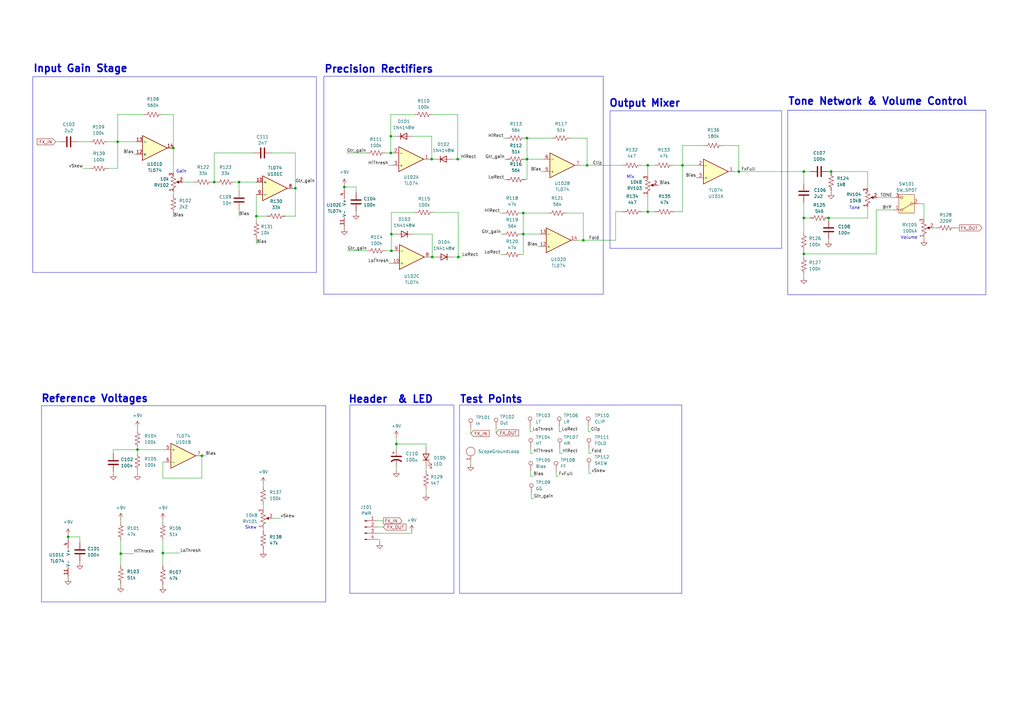
<source format=kicad_sch>
(kicad_sch (version 20231120) (generator "eeschema") (generator_version "8.0")
  (paper "A3")
  (junction (at 160.528 102.87))
  (junction (at 216.154 65.278))
  (junction (at 177.292 105.41))
  (junction (at 160.528 96.012))
  (junction (at 48.26 58.166))
  (junction (at 49.53 227.076))
  (junction (at 240.792 67.818))
  (junction (at 66.802 226.822))
  (junction (at 98.044 74.676))
  (junction (at 162.56 182.118))
  (junction (at 121.158 77.216))
  (junction (at 27.94 220.218))
  (junction (at 329.692 70.358))
  (junction (at 187.96 105.41))
  (junction (at 177.038 65.278))
  (junction (at 141.224 76.708))
  (junction (at 239.268 98.552))
  (junction (at 265.684 86.868))
  (junction (at 56.388 184.404))
  (junction (at 214.63 96.012))
  (junction (at 329.692 104.14))
  (junction (at 160.274 55.88))
  (junction (at 214.63 87.376))
  (junction (at 187.706 65.278))
  (junction (at 71.12 60.706))
  (junction (at 340.868 70.358))
  (junction (at 82.804 186.944))
  (junction (at 303.022 70.358))
  (junction (at 87.884 74.676))
  (junction (at 105.156 88.646))
  (junction (at 216.154 56.642))
  (junction (at 279.908 67.818))
  (junction (at 265.684 67.818))
  (junction (at 329.692 89.408))
  (junction (at 339.852 89.408))
  (junction (at 160.274 62.738))
  (wire (pts (xy 241.554 194.056) (xy 242.57 194.056)))
  (wire (pts (xy 107.95 216.408) (xy 107.95 217.678)))
  (wire (pts (xy 66.802 213.106) (xy 66.802 214.122)))
  (wire (pts (xy 205.232 104.394) (xy 206.248 104.394)))
  (wire (pts (xy 329.692 70.358) (xy 332.232 70.358)))
  (wire (pts (xy 193.04 175.768) (xy 193.04 177.8)))
  (wire (pts (xy 229.616 183.896) (xy 229.616 185.928)))
  (wire (pts (xy 98.044 85.852) (xy 98.044 88.646)))
  (wire (pts (xy 329.692 89.408) (xy 329.692 83.058)))
  (wire (pts (xy 177.8 87.122) (xy 187.96 87.122)))
  (wire (pts (xy 220.472 101.092) (xy 221.488 101.092)))
  (wire (pts (xy 355.854 70.358) (xy 340.868 70.358)))
  (wire (pts (xy 214.63 87.376) (xy 214.63 96.012)))
  (wire (pts (xy 216.154 56.642) (xy 216.154 65.278)))
  (wire (pts (xy 187.96 105.41) (xy 189.484 105.41)))
  (wire (pts (xy 56.388 184.404) (xy 56.388 185.674)))
  (wire (pts (xy 32.766 222.504) (xy 32.766 220.218)))
  (wire (pts (xy 303.022 59.69) (xy 303.022 70.358)))
  (wire (pts (xy 142.24 62.738) (xy 150.368 62.738)))
  (wire (pts (xy 232.41 87.376) (xy 239.268 87.376)))
  (wire (pts (xy 359.664 81.026) (xy 366.776 81.026)))
  (wire (pts (xy 105.156 79.756) (xy 105.156 88.646)))
  (wire (pts (xy 216.154 73.66) (xy 216.154 65.278)))
  (wire (pts (xy 240.792 56.642) (xy 240.792 67.818)))
  (wire (pts (xy 228.092 195.326) (xy 229.108 195.326)))
  (wire (pts (xy 66.802 226.822) (xy 66.802 232.156)))
  (wire (pts (xy 329.692 104.14) (xy 329.692 105.156)))
  (wire (pts (xy 66.802 226.822) (xy 73.914 226.822)))
  (wire (pts (xy 27.94 219.456) (xy 27.94 220.218)))
  (wire (pts (xy 161.29 102.87) (xy 160.528 102.87)))
  (wire (pts (xy 44.45 69.088) (xy 48.26 69.088)))
  (wire (pts (xy 355.854 84.836) (xy 355.854 89.408)))
  (wire (pts (xy 160.274 46.99) (xy 169.926 46.99)))
  (wire (pts (xy 174.752 183.642) (xy 174.752 182.118)))
  (wire (pts (xy 216.154 65.278) (xy 223.012 65.278)))
  (wire (pts (xy 359.41 104.14) (xy 329.692 104.14)))
  (wire (pts (xy 154.686 221.234) (xy 155.702 221.234)))
  (wire (pts (xy 241.554 183.896) (xy 241.554 185.928)))
  (wire (pts (xy 241.3 177.038) (xy 242.316 177.038)))
  (wire (pts (xy 239.268 87.376) (xy 239.268 98.552)))
  (wire (pts (xy 255.524 86.868) (xy 252.476 86.868)))
  (wire (pts (xy 160.528 96.012) (xy 160.528 87.122)))
  (wire (pts (xy 296.418 59.69) (xy 303.022 59.69)))
  (wire (pts (xy 217.678 195.326) (xy 218.694 195.326)))
  (wire (pts (xy 378.968 97.282) (xy 378.968 98.298)))
  (wire (pts (xy 204.978 87.376) (xy 206.248 87.376)))
  (wire (pts (xy 217.424 175.006) (xy 217.424 177.038)))
  (wire (pts (xy 187.96 105.41) (xy 185.928 105.41)))
  (wire (pts (xy 207.01 65.278) (xy 207.772 65.278)))
  (wire (pts (xy 217.678 185.928) (xy 218.694 185.928)))
  (wire (pts (xy 146.05 76.708) (xy 141.224 76.708)))
  (wire (pts (xy 340.868 70.612) (xy 340.868 70.358)))
  (wire (pts (xy 49.53 221.742) (xy 49.53 227.076)))
  (wire (pts (xy 66.802 196.088) (xy 82.804 196.088)))
  (wire (pts (xy 48.26 46.99) (xy 48.26 58.166)))
  (wire (pts (xy 355.854 89.408) (xy 339.852 89.408)))
  (wire (pts (xy 58.928 46.99) (xy 48.26 46.99)))
  (wire (pts (xy 159.258 67.818) (xy 161.036 67.818)))
  (wire (pts (xy 332.232 89.408) (xy 329.692 89.408)))
  (wire (pts (xy 174.752 182.118) (xy 162.56 182.118)))
  (wire (pts (xy 46.482 193.548) (xy 46.482 194.31)))
  (wire (pts (xy 340.868 70.358) (xy 339.852 70.358)))
  (wire (pts (xy 107.95 225.298) (xy 107.95 226.06)))
  (wire (pts (xy 193.04 189.484) (xy 193.04 190.5)))
  (wire (pts (xy 240.792 67.818) (xy 238.252 67.818)))
  (wire (pts (xy 215.392 65.278) (xy 216.154 65.278)))
  (wire (pts (xy 329.692 112.776) (xy 329.692 113.792)))
  (wire (pts (xy 48.26 69.088) (xy 48.26 58.166)))
  (wire (pts (xy 329.692 75.438) (xy 329.692 70.358)))
  (wire (pts (xy 98.044 74.676) (xy 105.156 74.676)))
  (wire (pts (xy 107.95 207.01) (xy 107.95 208.788)))
  (wire (pts (xy 121.158 77.216) (xy 120.396 77.216)))
  (wire (pts (xy 366.776 86.106) (xy 359.41 86.106)))
  (wire (pts (xy 87.122 74.676) (xy 87.884 74.676)))
  (wire (pts (xy 105.156 88.646) (xy 105.156 90.424)))
  (wire (pts (xy 54.864 63.246) (xy 55.88 63.246)))
  (wire (pts (xy 32.766 220.218) (xy 27.94 220.218)))
  (wire (pts (xy 169.418 55.88) (xy 177.038 55.88)))
  (wire (pts (xy 177.038 65.278) (xy 178.054 65.278)))
  (wire (pts (xy 160.528 96.012) (xy 162.052 96.012)))
  (wire (pts (xy 71.12 87.376) (xy 71.12 89.154)))
  (wire (pts (xy 82.804 196.088) (xy 82.804 186.944)))
  (wire (pts (xy 215.392 73.66) (xy 216.154 73.66)))
  (wire (pts (xy 111.76 212.598) (xy 115.062 212.598)))
  (wire (pts (xy 213.868 87.376) (xy 214.63 87.376)))
  (wire (pts (xy 339.852 98.044) (xy 339.852 98.806)))
  (wire (pts (xy 161.036 62.738) (xy 160.274 62.738)))
  (wire (pts (xy 359.41 86.106) (xy 359.41 104.14)))
  (wire (pts (xy 46.482 184.404) (xy 56.388 184.404)))
  (wire (pts (xy 176.276 65.278) (xy 177.038 65.278)))
  (wire (pts (xy 154.686 218.694) (xy 168.91 218.694)))
  (wire (pts (xy 169.672 96.012) (xy 177.292 96.012)))
  (wire (pts (xy 49.53 227.076) (xy 54.864 227.076)))
  (wire (pts (xy 233.934 56.642) (xy 240.792 56.642)))
  (wire (pts (xy 213.868 96.012) (xy 214.63 96.012)))
  (wire (pts (xy 378.968 89.662) (xy 378.968 83.566)))
  (wire (pts (xy 49.53 227.076) (xy 49.53 231.902)))
  (wire (pts (xy 177.292 105.41) (xy 178.308 105.41)))
  (wire (pts (xy 71.12 78.486) (xy 71.12 79.756)))
  (wire (pts (xy 174.752 191.262) (xy 174.752 193.04)))
  (wire (pts (xy 56.388 183.896) (xy 56.388 184.404)))
  (wire (pts (xy 71.12 60.706) (xy 71.12 70.866)))
  (wire (pts (xy 154.686 216.154) (xy 157.226 216.154)))
  (wire (pts (xy 329.692 102.87) (xy 329.692 104.14)))
  (wire (pts (xy 303.022 70.358) (xy 301.244 70.358)))
  (wire (pts (xy 105.156 98.044) (xy 105.156 100.076)))
  (wire (pts (xy 265.684 79.756) (xy 265.684 86.868)))
  (wire (pts (xy 111.506 62.738) (xy 121.158 62.738)))
  (wire (pts (xy 217.424 177.038) (xy 218.44 177.038)))
  (wire (pts (xy 160.528 87.122) (xy 170.18 87.122)))
  (wire (pts (xy 187.96 87.122) (xy 187.96 105.41)))
  (wire (pts (xy 339.852 89.408) (xy 339.852 90.424)))
  (wire (pts (xy 265.684 67.818) (xy 268.478 67.818)))
  (wire (pts (xy 303.022 70.358) (xy 329.692 70.358)))
  (wire (pts (xy 48.26 58.166) (xy 55.88 58.166)))
  (wire (pts (xy 241.554 192.024) (xy 241.554 194.056)))
  (wire (pts (xy 206.502 56.642) (xy 207.772 56.642)))
  (wire (pts (xy 146.05 78.994) (xy 146.05 76.708)))
  (wire (pts (xy 221.996 70.358) (xy 223.012 70.358)))
  (wire (pts (xy 160.274 55.88) (xy 160.274 46.99)))
  (wire (pts (xy 168.91 218.694) (xy 168.91 217.932)))
  (wire (pts (xy 229.362 175.006) (xy 229.362 177.038)))
  (wire (pts (xy 279.908 86.868) (xy 279.908 67.818)))
  (wire (pts (xy 239.268 98.552) (xy 236.728 98.552)))
  (wire (pts (xy 340.868 78.232) (xy 340.868 78.994)))
  (wire (pts (xy 141.224 92.964) (xy 141.224 93.726)))
  (wire (pts (xy 288.798 59.69) (xy 279.908 59.69)))
  (wire (pts (xy 66.802 239.776) (xy 66.802 240.538)))
  (wire (pts (xy 141.224 76.708) (xy 141.224 77.724)))
  (wire (pts (xy 263.144 86.868) (xy 265.684 86.868)))
  (wire (pts (xy 241.554 185.928) (xy 242.57 185.928)))
  (wire (pts (xy 98.044 74.676) (xy 98.044 78.232)))
  (wire (pts (xy 240.792 67.818) (xy 255.27 67.818)))
  (wire (pts (xy 66.548 46.99) (xy 71.12 46.99)))
  (wire (pts (xy 217.678 193.294) (xy 217.678 195.326)))
  (wire (pts (xy 229.616 185.928) (xy 230.632 185.928)))
  (wire (pts (xy 187.706 65.278) (xy 185.674 65.278)))
  (wire (pts (xy 87.884 74.676) (xy 88.646 74.676)))
  (wire (pts (xy 382.778 93.472) (xy 384.048 93.472)))
  (wire (pts (xy 215.392 56.642) (xy 216.154 56.642)))
  (wire (pts (xy 269.494 75.946) (xy 270.51 75.946)))
  (wire (pts (xy 121.158 88.646) (xy 121.158 77.216)))
  (wire (pts (xy 34.036 69.088) (xy 36.83 69.088)))
  (wire (pts (xy 276.098 67.818) (xy 279.908 67.818)))
  (wire (pts (xy 49.53 213.106) (xy 49.53 214.122)))
  (wire (pts (xy 203.454 175.514) (xy 203.454 177.546)))
  (wire (pts (xy 162.56 179.324) (xy 162.56 182.118)))
  (wire (pts (xy 378.968 83.566) (xy 376.936 83.566)))
  (wire (pts (xy 228.092 193.294) (xy 228.092 195.326)))
  (wire (pts (xy 177.038 55.88) (xy 177.038 65.278)))
  (wire (pts (xy 71.12 46.99) (xy 71.12 60.706)))
  (wire (pts (xy 67.564 189.484) (xy 66.802 189.484)))
  (wire (pts (xy 22.86 58.166) (xy 24.384 58.166)))
  (wire (pts (xy 66.802 189.484) (xy 66.802 196.088)))
  (wire (pts (xy 391.668 93.472) (xy 393.446 93.472)))
  (wire (pts (xy 160.274 55.88) (xy 161.798 55.88)))
  (wire (pts (xy 121.158 62.738) (xy 121.158 77.216)))
  (wire (pts (xy 217.932 202.438) (xy 217.932 204.47)))
  (wire (pts (xy 276.352 86.868) (xy 279.908 86.868)))
  (wire (pts (xy 103.886 62.738) (xy 87.884 62.738)))
  (wire (pts (xy 105.156 88.646) (xy 109.474 88.646)))
  (wire (pts (xy 265.684 86.868) (xy 268.732 86.868)))
  (wire (pts (xy 239.268 98.552) (xy 252.476 98.552)))
  (wire (pts (xy 27.94 220.218) (xy 27.94 221.234)))
  (wire (pts (xy 155.702 221.234) (xy 155.702 222.504)))
  (wire (pts (xy 213.868 104.394) (xy 214.63 104.394)))
  (wire (pts (xy 160.528 102.87) (xy 160.528 96.012)))
  (wire (pts (xy 241.3 175.006) (xy 241.3 177.038)))
  (wire (pts (xy 214.63 87.376) (xy 224.79 87.376)))
  (wire (pts (xy 32.004 58.166) (xy 36.576 58.166)))
  (wire (pts (xy 56.388 184.404) (xy 67.564 184.404)))
  (wire (pts (xy 87.884 62.738) (xy 87.884 74.676)))
  (wire (pts (xy 158.242 102.87) (xy 160.528 102.87)))
  (wire (pts (xy 157.988 62.738) (xy 160.274 62.738)))
  (wire (pts (xy 285.496 72.898) (xy 286.004 72.898)))
  (wire (pts (xy 329.692 89.408) (xy 329.692 95.25)))
  (wire (pts (xy 46.482 185.928) (xy 46.482 184.404)))
  (wire (pts (xy 117.094 88.646) (xy 121.158 88.646)))
  (wire (pts (xy 177.546 46.99) (xy 187.706 46.99)))
  (wire (pts (xy 162.56 184.15) (xy 162.56 182.118)))
  (wire (pts (xy 217.678 183.896) (xy 217.678 185.928)))
  (wire (pts (xy 206.756 73.66) (xy 207.772 73.66)))
  (wire (pts (xy 154.686 213.614) (xy 157.226 213.614)))
  (wire (pts (xy 159.512 107.95) (xy 161.29 107.95)))
  (wire (pts (xy 27.94 236.474) (xy 27.94 237.236)))
  (wire (pts (xy 355.854 77.216) (xy 355.854 70.358)))
  (wire (pts (xy 96.266 74.676) (xy 98.044 74.676)))
  (wire (pts (xy 217.932 204.47) (xy 218.948 204.47)))
  (wire (pts (xy 176.53 105.41) (xy 177.292 105.41)))
  (wire (pts (xy 265.684 67.818) (xy 265.684 72.136)))
  (wire (pts (xy 279.908 67.818) (xy 286.004 67.818)))
  (wire (pts (xy 262.89 67.818) (xy 265.684 67.818)))
  (wire (pts (xy 279.908 59.69) (xy 279.908 67.818)))
  (wire (pts (xy 146.05 86.614) (xy 146.05 87.376)))
  (wire (pts (xy 32.766 230.124) (xy 32.766 230.886)))
  (wire (pts (xy 205.486 96.012) (xy 206.248 96.012)))
  (wire (pts (xy 66.802 221.742) (xy 66.802 226.822)))
  (wire (pts (xy 74.93 74.676) (xy 79.502 74.676)))
  (wire (pts (xy 174.752 200.66) (xy 174.752 202.692)))
  (wire (pts (xy 229.362 177.038) (xy 230.378 177.038)))
  (wire (pts (xy 107.95 198.374) (xy 107.95 199.39)))
  (wire (pts (xy 141.224 75.946) (xy 141.224 76.708)))
  (wire (pts (xy 44.196 58.166) (xy 48.26 58.166)))
  (wire (pts (xy 49.53 239.522) (xy 49.53 240.284)))
  (wire (pts (xy 214.63 96.012) (xy 221.488 96.012)))
  (wire (pts (xy 82.804 186.944) (xy 84.328 186.944)))
  (wire (pts (xy 187.706 65.278) (xy 188.976 65.278)))
  (wire (pts (xy 56.388 193.294) (xy 56.388 194.31)))
  (wire (pts (xy 252.476 86.868) (xy 252.476 98.552)))
  (wire (pts (xy 177.292 96.012) (xy 177.292 105.41)))
  (wire (pts (xy 216.154 56.642) (xy 226.314 56.642)))
  (wire (pts (xy 214.63 104.394) (xy 214.63 96.012)))
  (wire (pts (xy 162.56 191.77) (xy 162.56 193.04)))
  (wire (pts (xy 56.388 175.26) (xy 56.388 176.276)))
  (wire (pts (xy 142.494 102.87) (xy 150.622 102.87)))
  (wire (pts (xy 187.706 46.99) (xy 187.706 65.278)))
  (wire (pts (xy 160.274 62.738) (xy 160.274 55.88)))
  (rectangle (start 188.468 166.116) (end 279.654 243.332))
  (rectangle (start 143.51 166.116) (end 186.182 243.332))
  (rectangle (start 13.462 31.496) (end 129.794 111.76))
  (rectangle (start 17.018 166.37) (end 133.604 246.888))
  (rectangle (start 132.842 31.242) (end 247.396 120.65))
  (rectangle (start 323.088 45.212) (end 404.368 120.904))
  (rectangle (start 250.19 45.466) (end 320.548 101.854))
  (text "Mix" (at 258.572 72.644 0) (effects (font (size 1.27 1.27))))
  (text "Tone" (at 350.52 85.344 0) (effects (font (size 1.27 1.27))))
  (text "Skew" (at 102.87 216.408 0) (effects (font (size 1.27 1.27))))
  (text "Volume" (at 372.872 97.536 0) (effects (font (size 1.27 1.27))))
  (text "Test Points" (at 188.468 163.83 0) (effects (font (size 3 3) (thickness 0.6) (bold yes)) (justify left)))
  (text "Header  & LED" (at 160.274 163.83 0) (effects (font (size 3 3) (thickness 0.6) (bold yes))))
  (text "Input Gain Stage" (at 33.02 28.194 0) (effects (font (size 3 3) (thickness 0.6) (bold yes))))
  (text "Output Mixer" (at 249.682 42.418 0) (effects (font (size 3 3) (thickness 0.6) (bold yes)) (justify left)))
  (text "Reference Voltages" (at 38.862 163.576 0) (effects (font (size 3 3) (thickness 0.6) (bold yes))))
  (text "Tone Network & Volume Control" (at 323.088 41.656 0) (effects (font (size 3 3) (thickness 0.6) (bold yes)) (justify left)))
  (text "Precision Rectifiers" (at 132.842 28.448 0) (effects (font (size 3 3) (thickness 0.6) (bold yes)) (justify left)))
  (text "Gain" (at 74.422 70.358 0) (effects (font (size 1.27 1.27))))
  (label "vSkew" (at 115.062 212.598 0))
  (label "LoThresh" (at 218.44 177.038 0))
  (label "HiRect" (at 206.502 56.642 180))
  (label "Bias" (at 221.996 70.358 180))
  (label "Bias" (at 218.694 195.326 0))
  (label "Gtr_gain" (at 207.01 65.278 180))
  (label "Gtr_gain" (at 121.158 75.184 0))
  (label "LoRect" (at 205.232 104.394 180))
  (label "vSkew" (at 242.57 194.056 0))
  (label "LoRect" (at 230.378 177.038 0))
  (label "Gtr_gain" (at 218.948 204.47 0))
  (label "HiRect" (at 230.632 185.928 0))
  (label "Clip" (at 243.078 67.818 0))
  (label "HiThresh" (at 159.258 67.818 180))
  (label "LoThresh" (at 73.914 226.822 0))
  (label "Bias" (at 98.044 88.646 0))
  (label "LoThresh" (at 159.512 107.95 180))
  (label "Gtr_gain" (at 142.494 102.87 0))
  (label "HiThresh" (at 54.864 227.076 0))
  (label "Gtr_gain" (at 205.486 96.012 180))
  (label "HiRect" (at 204.978 87.376 180))
  (label "Clip" (at 242.316 177.038 0))
  (label "Bias" (at 84.328 186.944 0))
  (label "LoRect" (at 189.484 105.41 0))
  (label "FxFull" (at 229.108 195.326 0))
  (label "HiThresh" (at 218.694 185.928 0))
  (label "Bias" (at 54.864 63.246 180))
  (label "Bias" (at 285.496 72.898 180))
  (label "Bias" (at 105.156 100.076 0))
  (label "Bias" (at 270.51 75.946 0))
  (label "TONE" (at 366.014 81.026 180))
  (label "HiRect" (at 188.976 65.278 0))
  (label "Bias" (at 220.472 101.092 180))
  (label "Bias" (at 71.12 89.154 0))
  (label "Fold" (at 242.57 185.928 0))
  (label "FxFull" (at 309.88 70.358 180))
  (label "LoRect" (at 206.756 73.66 180))
  (label "BYP" (at 365.76 86.106 180))
  (label "Gtr_gain" (at 142.24 62.738 0))
  (label "Fold" (at 241.554 98.552 0))
  (label "vSkew" (at 34.036 69.088 180))
  (global_label "FX_OUT" (shape input) (at 203.454 177.546 0) (property "Intersheetrefs" "${INTERSHEET_REFS}" (effects (hide yes))))
  (global_label "FX_OUT" (shape output) (at 393.446 93.472 0) (property "Intersheetrefs" "${INTERSHEET_REFS}" (effects (hide yes))))
  (global_label "FX_IN" (shape input) (at 193.04 177.8 0) (property "Intersheetrefs" "${INTERSHEET_REFS}" (effects (hide yes))))
  (global_label "FX_OUT" (shape input) (at 157.226 216.154 0) (property "Intersheetrefs" "${INTERSHEET_REFS}" (effects (hide yes))))
  (global_label "FX_IN" (shape output) (at 157.226 213.614 0) (property "Intersheetrefs" "${INTERSHEET_REFS}" (effects (hide yes))))
  (global_label "FX_IN" (shape input) (at 22.86 58.166 180) (property "Intersheetrefs" "${INTERSHEET_REFS}" (effects (hide yes))))
  (symbol (lib_id "Connector:TestPoint") (at 217.678 193.294 0) (unit 1) (in_bom no)
    (property "Reference" "TP105" (at 219.71 188.7219 0) (effects (justify left)))
    (property "Value" "Bias" (at 219.71 191.2619 0) (effects (justify left)))
    (property "Footprint" "TestPoint:TestPoint_THTPad_D2.0mm_Drill1.0mm_VAL" (effects (hide yes)))
    (property "Description" "test point" (effects (hide yes)))
  )
  (symbol (lib_id "Device:C") (at 32.766 226.314 0) (unit 1)
    (property "Reference" "C101" (at 35.814 225.0439 0) (effects (justify left)))
    (property "Value" "100n" (at 35.814 227.5839 0) (effects (justify left)))
    (property "Footprint" "Capacitor_SMD:C_0805_2012Metric" (effects (hide yes)))
    (property "Description" "Unpolarized capacitor" (effects (hide yes)))
  )
  (symbol (lib_id "Connector:TestPoint") (at 228.092 193.294 0) (unit 1) (in_bom no)
    (property "Reference" "TP108" (at 229.87 188.7219 0) (effects (justify left)))
    (property "Value" "FF" (at 229.87 191.2619 0) (effects (justify left)))
    (property "Footprint" "TestPoint:TestPoint_THTPad_D2.0mm_Drill1.0mm_VAL" (effects (hide yes)))
    (property "Description" "test point" (effects (hide yes)))
  )
  (symbol (lib_id "Device:R_US") (at 174.752 196.85 0) (unit 1)
    (property "Reference" "R129" (at 176.53 195.5799 0) (effects (justify left)))
    (property "Value" "4k7" (at 176.53 198.1199 0) (effects (justify left)))
    (property "Footprint" "Resistor_SMD:R_0805_2012Metric" (effects (hide yes)))
    (property "Description" "Resistor, US symbol" (effects (hide yes)))
  )
  (symbol (lib_id "power:GND") (at 66.802 240.538 0) (unit 1)
    (property "Reference" "#PWR0113" (effects (hide yes)))
    (property "Value" "GND" (effects (hide yes)))
    (property "Description" "Power symbol creates a global label with name \"GND\" , ground" (effects (hide yes)))
  )
  (symbol (lib_id "power:GND") (at 141.224 93.726 0) (unit 1)
    (property "Reference" "#PWR0110" (effects (hide yes)))
    (property "Value" "GND" (effects (hide yes)))
    (property "Description" "Power symbol creates a global label with name \"GND\" , ground" (effects (hide yes)))
  )
  (symbol (lib_id "Device:C") (at 146.05 82.804 0) (unit 1)
    (property "Reference" "C104" (at 149.098 81.5339 0) (effects (justify left)))
    (property "Value" "100n" (at 149.098 84.0739 0) (effects (justify left)))
    (property "Footprint" "Capacitor_SMD:C_0805_2012Metric" (effects (hide yes)))
    (property "Description" "Unpolarized capacitor" (effects (hide yes)))
  )
  (symbol (lib_id "Device:R_US") (at 329.692 108.966 0) (unit 1)
    (property "Reference" "R127" (at 331.724 107.6959 0) (effects (justify left)))
    (property "Value" "100k" (at 331.724 110.2359 0) (effects (justify left)))
    (property "Footprint" "Resistor_SMD:R_0805_2012Metric" (effects (hide yes)))
    (property "Description" "Resistor, US symbol" (effects (hide yes)))
  )
  (symbol (lib_id "Device:R_US") (at 259.334 86.868 90) (unit 1)
    (property "Reference" "R134" (at 259.334 80.518 90))
    (property "Value" "4k7" (at 259.334 83.058 90))
    (property "Footprint" "Resistor_SMD:R_0805_2012Metric" (effects (hide yes)))
    (property "Description" "Resistor, US symbol" (effects (hide yes)))
  )
  (symbol (lib_id "Device:R_US") (at 211.582 73.66 90) (unit 1)
    (property "Reference" "R116" (at 211.582 67.31 90))
    (property "Value" "56k" (at 211.582 69.85 90))
    (property "Footprint" "Resistor_SMD:R_0805_2012Metric" (effects (hide yes)))
    (property "Description" "Resistor, US symbol" (effects (hide yes)))
  )
  (symbol (lib_id "Connector:TestPoint") (at 241.554 192.024 0) (unit 1) (in_bom no)
    (property "Reference" "TP112" (at 243.84 187.4519 0) (effects (justify left)))
    (property "Value" "SKEW" (at 243.84 189.9919 0) (effects (justify left)))
    (property "Footprint" "TestPoint:TestPoint_THTPad_D2.0mm_Drill1.0mm_VAL" (effects (hide yes)))
    (property "Description" "test point" (effects (hide yes)))
  )
  (symbol (lib_id "power:GND") (at 162.56 193.04 0) (unit 1)
    (property "Reference" "#PWR0122" (effects (hide yes)))
    (property "Value" "GND" (effects (hide yes)))
    (property "Description" "Power symbol creates a global label with name \"GND\" , ground" (effects (hide yes)))
  )
  (symbol (lib_id "Device:R_US") (at 340.868 74.422 0) (unit 1)
    (property "Reference" "R124" (at 343.154 73.1519 0) (effects (justify left)))
    (property "Value" "1k8" (at 343.154 75.6919 0) (effects (justify left)))
    (property "Footprint" "Resistor_SMD:R_0805_2012Metric" (effects (hide yes)))
    (property "Description" "Resistor, US symbol" (effects (hide yes)))
  )
  (symbol (lib_id "Device:R_US") (at 211.582 56.642 90) (unit 1)
    (property "Reference" "R113" (at 211.582 50.8 90))
    (property "Value" "56k" (at 211.582 53.34 90))
    (property "Footprint" "Resistor_SMD:R_0805_2012Metric" (effects (hide yes)))
    (property "Description" "Resistor, US symbol" (effects (hide yes)))
  )
  (symbol (lib_id "Connector:TestPoint") (at 203.454 175.514 0) (unit 1) (in_bom no)
    (property "Reference" "TP102" (at 204.978 170.9419 0) (effects (justify left)))
    (property "Value" "Out" (at 204.978 173.4819 0) (effects (justify left)))
    (property "Footprint" "TestPoint:TestPoint_THTPad_D2.0mm_Drill1.0mm_VAL" (effects (hide yes)))
    (property "Description" "test point" (effects (hide yes)))
  )
  (symbol (lib_id "Device:R_US") (at 154.432 102.87 90) (unit 1)
    (property "Reference" "R114" (at 154.432 97.282 90))
    (property "Value" "100k" (at 154.432 99.822 90))
    (property "Footprint" "Resistor_SMD:R_0805_2012Metric" (effects (hide yes)))
    (property "Description" "Resistor, US symbol" (effects (hide yes)))
  )
  (symbol (lib_id "power:GND") (at 27.94 237.236 0) (unit 1)
    (property "Reference" "#PWR0102" (effects (hide yes)))
    (property "Value" "GND" (effects (hide yes)))
    (property "Description" "Power symbol creates a global label with name \"GND\" , ground" (effects (hide yes)))
  )
  (symbol (lib_id "Device:R_US") (at 107.95 203.2 0) (unit 1)
    (property "Reference" "R137" (at 110.49 201.9299 0) (effects (justify left)))
    (property "Value" "100k" (at 110.49 204.4699 0) (effects (justify left)))
    (property "Footprint" "Resistor_SMD:R_0805_2012Metric" (effects (hide yes)))
    (property "Description" "Resistor, US symbol" (effects (hide yes)))
  )
  (symbol (lib_id "Connector:Conn_01x04_Pin") (at 149.606 216.154 0) (unit 1)
    (property "Reference" "J101" (at 150.241 208.026 0))
    (property "Value" "PWR" (at 150.241 210.566 0))
    (property "Footprint" "Connector_PinHeader_2.54mm:PinHeader_1x04_P2.54mm_Vertical" (effects (hide yes)))
    (property "Description" "Generic connector, single row, 01x04, script generated" (effects (hide yes)))
  )
  (symbol (lib_id "Device:R_US") (at 272.288 67.818 90) (unit 1)
    (property "Reference" "R133" (at 272.288 61.468 90))
    (property "Value" "47k" (at 272.288 64.008 90))
    (property "Footprint" "Resistor_SMD:R_0805_2012Metric" (effects (hide yes)))
    (property "Description" "Resistor, US symbol" (effects (hide yes)))
  )
  (symbol (lib_id "Device:R_US") (at 210.058 96.012 90) (unit 1)
    (property "Reference" "R119" (at 210.058 90.17 90))
    (property "Value" "56k" (at 210.058 92.71 90))
    (property "Footprint" "Resistor_SMD:R_0805_2012Metric" (effects (hide yes)))
    (property "Description" "Resistor, US symbol" (effects (hide yes)))
  )
  (symbol (lib_id "Device:R_US") (at 40.64 69.088 90) (unit 1)
    (property "Reference" "R139" (at 40.64 62.992 90))
    (property "Value" "100k" (at 40.64 65.532 90))
    (property "Footprint" "Resistor_SMD:R_0805_2012Metric" (effects (hide yes)))
    (property "Description" "Resistor, US symbol" (effects (hide yes)))
  )
  (symbol (lib_id "Amplifier_Operational:TL074") (at 63.5 60.706 0) (mirror x) (unit 4)
    (property "Reference" "U101" (at 63.5 67.31 0))
    (property "Value" "TL074" (at 63.5 69.85 0))
    (property "Footprint" "Package_DIP:DIP-14_W7.62mm" (effects (hide yes)))
    (property "Datasheet" "http://www.ti.com/lit/ds/symlink/tl071.pdf" (effects (hide yes)))
    (property "Description" "Quad Low-Noise JFET-Input Operational Amplifiers, DIP-14/SOIC-14" (effects (hide yes)))
  )
  (symbol (lib_id "power:GND") (at 329.692 113.792 0) (unit 1)
    (property "Reference" "#PWR0117" (effects (hide yes)))
    (property "Value" "GND" (effects (hide yes)))
    (property "Description" "Power symbol creates a global label with name \"GND\" , ground" (effects (hide yes)))
  )
  (symbol (lib_id "Connector:TestPoint") (at 193.04 175.768 0) (unit 1) (in_bom no)
    (property "Reference" "TP101" (at 195.072 171.1959 0) (effects (justify left)))
    (property "Value" "In" (at 195.072 173.7359 0) (effects (justify left)))
    (property "Footprint" "TestPoint:TestPoint_THTPad_D2.0mm_Drill1.0mm_VAL" (effects (hide yes)))
    (property "Description" "test point" (effects (hide yes)))
  )
  (symbol (lib_id "Device:C") (at 107.696 62.738 90) (unit 1)
    (property "Reference" "C111" (at 107.696 56.134 90))
    (property "Value" "2n7" (at 107.696 58.674 90))
    (property "Footprint" "Capacitor_SMD:C_0805_2012Metric" (effects (hide yes)))
    (property "Description" "Unpolarized capacitor" (effects (hide yes)))
  )
  (symbol (lib_id "Device:C") (at 339.852 94.234 0) (unit 1)
    (property "Reference" "C108" (at 343.662 92.9639 0) (effects (justify left)))
    (property "Value" "100n" (at 343.662 95.5039 0) (effects (justify left)))
    (property "Footprint" "Capacitor_SMD:C_0805_2012Metric" (effects (hide yes)))
    (property "Description" "Unpolarized capacitor" (effects (hide yes)))
  )
  (symbol (lib_id "Device:R_US") (at 211.582 65.278 90) (unit 1)
    (property "Reference" "R112" (at 211.582 59.69 90))
    (property "Value" "51k" (at 211.582 62.23 90))
    (property "Footprint" "Resistor_SMD:R_0805_2012Metric" (effects (hide yes)))
    (property "Description" "Resistor, US symbol" (effects (hide yes)))
  )
  (symbol (lib_id "power:GND") (at 174.752 202.692 0) (unit 1)
    (property "Reference" "#PWR0124" (effects (hide yes)))
    (property "Value" "GND" (effects (hide yes)))
    (property "Description" "Power symbol creates a global label with name \"GND\" , ground" (effects (hide yes)))
  )
  (symbol (lib_id "Device:R_US") (at 71.12 83.566 0) (unit 1)
    (property "Reference" "R102" (at 73.406 82.2959 0) (effects (justify left)))
    (property "Value" "2k2" (at 73.406 84.8359 0) (effects (justify left)))
    (property "Footprint" "Resistor_SMD:R_0805_2012Metric" (effects (hide yes)))
    (property "Description" "Resistor, US symbol" (effects (hide yes)))
  )
  (symbol (lib_id "Connector:TestPoint") (at 241.3 175.006 0) (unit 1) (in_bom no)
    (property "Reference" "TP110" (at 243.84 170.4339 0) (effects (justify left)))
    (property "Value" "CLIP" (at 243.84 172.9739 0) (effects (justify left)))
    (property "Footprint" "TestPoint:TestPoint_THTPad_D2.0mm_Drill1.0mm_VAL" (effects (hide yes)))
    (property "Description" "test point" (effects (hide yes)))
  )
  (symbol (lib_id "power:+9V") (at 168.91 217.932 0) (unit 1)
    (property "Reference" "#PWR0123" (effects (hide yes)))
    (property "Value" "+9V" (at 168.91 213.36 0))
    (property "Description" "Power symbol creates a global label with name \"+9V\"" (effects (hide yes)))
  )
  (symbol (lib_id "power:GND") (at 340.868 78.994 0) (unit 1)
    (property "Reference" "#PWR0115" (effects (hide yes)))
    (property "Value" "GND" (effects (hide yes)))
    (property "Description" "Power symbol creates a global label with name \"GND\" , ground" (effects (hide yes)))
  )
  (symbol (lib_id "Device:R_US") (at 83.312 74.676 90) (unit 1)
    (property "Reference" "R122" (at 83.312 68.58 90))
    (property "Value" "33k" (at 83.312 71.12 90))
    (property "Footprint" "Resistor_SMD:R_0805_2012Metric" (effects (hide yes)))
    (property "Description" "Resistor, US symbol" (effects (hide yes)))
  )
  (symbol (lib_id "Amplifier_Operational:TL074") (at 25.4 228.854 0) (mirror y) (unit 5)
    (property "Reference" "U101" (at 26.416 227.5839 0) (effects (justify left)))
    (property "Value" "TL074" (at 26.416 230.1239 0) (effects (justify left)))
    (property "Footprint" "Package_DIP:DIP-14_W7.62mm" (effects (hide yes)))
    (property "Datasheet" "http://www.ti.com/lit/ds/symlink/tl071.pdf" (effects (hide yes)))
    (property "Description" "Quad Low-Noise JFET-Input Operational Amplifiers, DIP-14/SOIC-14" (effects (hide yes)))
  )
  (symbol (lib_id "Device:C") (at 329.692 79.248 0) (unit 1)
    (property "Reference" "C106" (at 333.756 77.9779 0) (effects (justify left)))
    (property "Value" "2u2" (at 333.756 80.5179 0) (effects (justify left)))
    (property "Footprint" "Capacitor_SMD:C_0805_2012Metric" (effects (hide yes)))
    (property "Description" "Unpolarized capacitor" (effects (hide yes)))
  )
  (symbol (lib_id "Connector:ScopeGroundLoop") (at 193.04 181.864 0) (unit 1)
    (property "Reference" "J102" (effects (hide yes)))
    (property "Value" "ScopeGroundLoop" (at 196.088 185.1639 0) (effects (justify left)))
    (property "Footprint" "Connector:THT_GND_WIRE" (effects (hide yes)))
  )
  (symbol (lib_id "Amplifier_Operational:TL074") (at 75.184 186.944 0) (unit 2)
    (property "Reference" "U101" (at 75.184 181.356 0))
    (property "Value" "TL074" (at 75.184 178.816 0))
    (property "Footprint" "Package_DIP:DIP-14_W7.62mm" (effects (hide yes)))
    (property "Datasheet" "http://www.ti.com/lit/ds/symlink/tl071.pdf" (effects (hide yes)))
    (property "Description" "Quad Low-Noise JFET-Input Operational Amplifiers, DIP-14/SOIC-14" (effects (hide yes)))
  )
  (symbol (lib_id "Connector:TestPoint") (at 229.616 183.896 0) (unit 1) (in_bom no)
    (property "Reference" "TP107" (at 231.14 179.3239 0) (effects (justify left)))
    (property "Value" "HR" (at 231.14 181.8639 0) (effects (justify left)))
    (property "Footprint" "TestPoint:TestPoint_THTPad_D2.0mm_Drill1.0mm_VAL" (effects (hide yes)))
    (property "Description" "test point" (effects (hide yes)))
  )
  (symbol (lib_id "power:GND") (at 193.04 190.5 0) (mirror y) (unit 1)
    (property "Reference" "#PWR0119" (effects (hide yes)))
    (property "Value" "GND" (effects (hide yes)))
    (property "Description" "Power symbol creates a global label with name \"GND\" , ground" (effects (hide yes)))
  )
  (symbol (lib_id "Device:R_US") (at 329.692 99.06 0) (unit 1)
    (property "Reference" "R126" (at 331.724 97.7899 0) (effects (justify left)))
    (property "Value" "100k" (at 331.724 100.3299 0) (effects (justify left)))
    (property "Footprint" "Resistor_SMD:R_0805_2012Metric" (effects (hide yes)))
    (property "Description" "Resistor, US symbol" (effects (hide yes)))
  )
  (symbol (lib_id "Amplifier_Operational:TL074") (at 229.108 98.552 0) (mirror x) (unit 4)
    (property "Reference" "U102" (at 229.108 106.426 0))
    (property "Value" "TL074" (at 229.108 108.966 0))
    (property "Footprint" "Package_DIP:DIP-14_W7.62mm" (effects (hide yes)))
    (property "Datasheet" "http://www.ti.com/lit/ds/symlink/tl071.pdf" (effects (hide yes)))
    (property "Description" "Quad Low-Noise JFET-Input Operational Amplifiers, DIP-14/SOIC-14" (effects (hide yes)))
  )
  (symbol (lib_id "Device:R_US") (at 173.736 46.99 90) (unit 1)
    (property "Reference" "R110" (at 173.736 41.402 90))
    (property "Value" "100k" (at 173.736 43.942 90))
    (property "Footprint" "Resistor_SMD:R_0805_2012Metric" (effects (hide yes)))
    (property "Description" "Resistor, US symbol" (effects (hide yes)))
  )
  (symbol (lib_id "power:GND") (at 56.388 194.31 0) (unit 1)
    (property "Reference" "#PWR0107" (effects (hide yes)))
    (property "Value" "GND" (effects (hide yes)))
    (property "Description" "Power symbol creates a global label with name \"GND\" , ground" (effects (hide yes)))
  )
  (symbol (lib_id "Device:R_US") (at 105.156 94.234 0) (unit 1)
    (property "Reference" "R131" (at 106.934 92.9639 0) (effects (justify left)))
    (property "Value" "10k" (at 106.934 95.5039 0) (effects (justify left)))
    (property "Footprint" "Resistor_SMD:R_0805_2012Metric" (effects (hide yes)))
    (property "Description" "Resistor, US symbol" (effects (hide yes)))
  )
  (symbol (lib_id "Device:R_US") (at 259.08 67.818 90) (unit 1)
    (property "Reference" "R132" (at 259.08 61.468 90))
    (property "Value" "4k7" (at 259.08 64.008 90))
    (property "Footprint" "Resistor_SMD:R_0805_2012Metric" (effects (hide yes)))
    (property "Description" "Resistor, US symbol" (effects (hide yes)))
  )
  (symbol (lib_id "power:+9V") (at 162.56 179.324 0) (unit 1)
    (property "Reference" "#PWR0121" (effects (hide yes)))
    (property "Value" "+9V" (at 162.56 174.752 0))
    (property "Description" "Power symbol creates a global label with name \"+9V\"" (effects (hide yes)))
  )
  (symbol (lib_id "Device:R_US") (at 387.858 93.472 90) (unit 1)
    (property "Reference" "R128" (at 387.858 88.138 90))
    (property "Value" "220R" (at 387.858 90.678 90))
    (property "Footprint" "Resistor_SMD:R_0805_2012Metric" (effects (hide yes)))
    (property "Description" "Resistor, US symbol" (effects (hide yes)))
  )
  (symbol (lib_id "Connector:TestPoint") (at 217.678 183.896 0) (unit 1) (in_bom no)
    (property "Reference" "TP104" (at 219.71 179.3239 0) (effects (justify left)))
    (property "Value" "HT" (at 219.71 181.8639 0) (effects (justify left)))
    (property "Footprint" "TestPoint:TestPoint_THTPad_D2.0mm_Drill1.0mm_VAL" (effects (hide yes)))
    (property "Description" "test point" (effects (hide yes)))
  )
  (symbol (lib_id "power:+9V") (at 49.53 213.106 0) (unit 1)
    (property "Reference" "#PWR0104" (effects (hide yes)))
    (property "Value" "+9V" (at 49.53 208.28 0))
    (property "Description" "Power symbol creates a global label with name \"+9V\"" (effects (hide yes)))
  )
  (symbol (lib_id "Diode:1N4148W") (at 181.864 65.278 0) (unit 1)
    (property "Reference" "D102" (at 181.864 59.182 0))
    (property "Value" "1N4148W" (at 181.864 61.722 0))
    (property "Footprint" "Diode_SMD:D_SOD-123" (effects (hide yes)))
    (property "Datasheet" "https://www.vishay.com/docs/85748/1n4148w.pdf" (effects (hide yes)))
    (property "Description" "75V 0.15A Fast Switching Diode, SOD-123" (effects (hide yes)))
    (property "Sim.Device" "D" (effects (hide yes)))
    (property "Sim.Pins" "1=K 2=A" (effects (hide yes)))
  )
  (symbol (lib_id "Device:R_US") (at 40.386 58.166 90) (unit 1)
    (property "Reference" "R109" (at 40.386 52.07 90))
    (property "Value" "100k" (at 40.386 54.61 90))
    (property "Footprint" "Resistor_SMD:R_0805_2012Metric" (effects (hide yes)))
    (property "Description" "Resistor, US symbol" (effects (hide yes)))
  )
  (symbol (lib_id "Connector:TestPoint") (at 229.362 175.006 0) (unit 1) (in_bom no)
    (property "Reference" "TP106" (at 231.14 170.4339 0) (effects (justify left)))
    (property "Value" "LR" (at 231.14 172.9739 0) (effects (justify left)))
    (property "Footprint" "TestPoint:TestPoint_THTPad_D2.0mm_Drill1.0mm_VAL" (effects (hide yes)))
    (property "Description" "test point" (effects (hide yes)))
  )
  (symbol (lib_id "Amplifier_Operational:TL074") (at 112.776 77.216 0) (unit 3)
    (property "Reference" "U101" (at 112.776 71.374 0))
    (property "Value" "TL074" (at 112.776 68.834 0))
    (property "Footprint" "Package_DIP:DIP-14_W7.62mm" (effects (hide yes)))
    (property "Datasheet" "http://www.ti.com/lit/ds/symlink/tl071.pdf" (effects (hide yes)))
    (property "Description" "Quad Low-Noise JFET-Input Operational Amplifiers, DIP-14/SOIC-14" (effects (hide yes)))
  )
  (symbol (lib_id "Diode:1N4148W") (at 165.608 55.88 0) (unit 1)
    (property "Reference" "D101" (at 165.608 49.784 0))
    (property "Value" "1N4148W" (at 165.608 52.324 0))
    (property "Footprint" "Diode_SMD:D_SOD-123" (effects (hide yes)))
    (property "Datasheet" "https://www.vishay.com/docs/85748/1n4148w.pdf" (effects (hide yes)))
    (property "Description" "75V 0.15A Fast Switching Diode, SOD-123" (effects (hide yes)))
    (property "Sim.Device" "D" (effects (hide yes)))
    (property "Sim.Pins" "1=K 2=A" (effects (hide yes)))
  )
  (symbol (lib_id "power:GND") (at 339.852 98.806 0) (unit 1)
    (property "Reference" "#PWR0116" (effects (hide yes)))
    (property "Value" "GND" (effects (hide yes)))
    (property "Description" "Power symbol creates a global label with name \"GND\" , ground" (effects (hide yes)))
  )
  (symbol (lib_id "Device:R_US") (at 210.058 104.394 90) (unit 1)
    (property "Reference" "R120" (at 210.058 99.06 90))
    (property "Value" "47k" (at 210.058 101.6 90))
    (property "Footprint" "Resistor_SMD:R_0805_2012Metric" (effects (hide yes)))
    (property "Description" "Resistor, US symbol" (effects (hide yes)))
  )
  (symbol (lib_id "power:+9V") (at 56.388 175.26 0) (unit 1)
    (property "Reference" "#PWR0106" (effects (hide yes)))
    (property "Value" "+9V" (at 56.388 170.434 0))
    (property "Description" "Power symbol creates a global label with name \"+9V\"" (effects (hide yes)))
  )
  (symbol (lib_id "power:+9V") (at 107.95 198.374 0) (unit 1)
    (property "Reference" "#PWR0114" (effects (hide yes)))
    (property "Value" "+9V" (at 107.95 193.548 0))
    (property "Description" "Power symbol creates a global label with name \"+9V\"" (effects (hide yes)))
  )
  (symbol (lib_id "Device:R_US") (at 49.53 235.712 0) (unit 1)
    (property "Reference" "R103" (at 52.07 234.4419 0) (effects (justify left)))
    (property "Value" "51k" (at 52.07 236.9819 0) (effects (justify left)))
    (property "Footprint" "Resistor_SMD:R_0805_2012Metric" (effects (hide yes)))
    (property "Description" "Resistor, US symbol" (effects (hide yes)))
  )
  (symbol (lib_id "Device:R_US") (at 56.388 180.086 0) (unit 1)
    (property "Reference" "R104" (at 59.182 178.8159 0) (effects (justify left)))
    (property "Value" "100k" (at 59.182 181.3559 0) (effects (justify left)))
    (property "Footprint" "Resistor_SMD:R_0805_2012Metric" (effects (hide yes)))
    (property "Description" "Resistor, US symbol" (effects (hide yes)))
  )
  (symbol (lib_id "Device:R_US") (at 66.802 235.966 0) (unit 1)
    (property "Reference" "R107" (at 69.342 234.6959 0) (effects (justify left)))
    (property "Value" "47k" (at 69.342 237.2359 0) (effects (justify left)))
    (property "Footprint" "Resistor_SMD:R_0805_2012Metric" (effects (hide yes)))
    (property "Description" "Resistor, US symbol" (effects (hide yes)))
  )
  (symbol (lib_id "power:GND") (at 107.95 226.06 0) (unit 1)
    (property "Reference" "#PWR0125" (effects (hide yes)))
    (property "Value" "GND" (effects (hide yes)))
    (property "Description" "Power symbol creates a global label with name \"GND\" , ground" (effects (hide yes)))
  )
  (symbol (lib_id "Device:R_US") (at 107.95 221.488 0) (unit 1)
    (property "Reference" "R138" (at 110.49 220.2179 0) (effects (justify left)))
    (property "Value" "47k" (at 110.49 222.7579 0) (effects (justify left)))
    (property "Footprint" "Resistor_SMD:R_0805_2012Metric" (effects (hide yes)))
    (property "Description" "Resistor, US symbol" (effects (hide yes)))
  )
  (symbol (lib_id "power:GND") (at 378.968 98.298 0) (unit 1)
    (property "Reference" "#PWR0118" (effects (hide yes)))
    (property "Value" "GND" (effects (hide yes)))
    (property "Description" "Power symbol creates a global label with name \"GND\" , ground" (effects (hide yes)))
  )
  (symbol (lib_id "power:GND") (at 32.766 230.886 0) (unit 1)
    (property "Reference" "#PWR0103" (effects (hide yes)))
    (property "Value" "GND" (effects (hide yes)))
    (property "Description" "Power symbol creates a global label with name \"GND\" , ground" (effects (hide yes)))
  )
  (symbol (lib_id "power:+9V") (at 141.224 75.946 0) (unit 1)
    (property "Reference" "#PWR0109" (effects (hide yes)))
    (property "Value" "+9V" (at 141.224 70.612 0))
    (property "Description" "Power symbol creates a global label with name \"+9V\"" (effects (hide yes)))
  )
  (symbol (lib_id "Device:LED") (at 174.752 187.452 90) (unit 1)
    (property "Reference" "D105" (at 177.8 187.7694 90) (effects (justify right)))
    (property "Value" "LED" (at 177.8 190.3094 90) (effects (justify right)))
    (property "Footprint" "LED_THT:LED_D3.0mm" (effects (hide yes)))
    (property "Description" "Light emitting diode" (effects (hide yes)))
  )
  (symbol (lib_id "Connector:TestPoint") (at 241.554 183.896 0) (unit 1) (in_bom no)
    (property "Reference" "TP111" (at 243.84 179.3239 0) (effects (justify left)))
    (property "Value" "FOLD" (at 243.84 181.8639 0) (effects (justify left)))
    (property "Footprint" "TestPoint:TestPoint_THTPad_D2.0mm_Drill1.0mm_VAL" (effects (hide yes)))
    (property "Description" "test point" (effects (hide yes)))
  )
  (symbol (lib_id "Amplifier_Operational:TL074") (at 168.91 105.41 0) (mirror x) (unit 3)
    (property "Reference" "U102" (at 168.91 113.284 0))
    (property "Value" "TL074" (at 168.91 115.824 0))
    (property "Footprint" "Package_DIP:DIP-14_W7.62mm" (effects (hide yes)))
    (property "Datasheet" "http://www.ti.com/lit/ds/symlink/tl071.pdf" (effects (hide yes)))
    (property "Description" "Quad Low-Noise JFET-Input Operational Amplifiers, DIP-14/SOIC-14" (effects (hide yes)))
  )
  (symbol (lib_id "Connector:TestPoint") (at 217.932 202.438 0) (unit 1) (in_bom no)
    (property "Reference" "TP109" (at 219.71 197.8659 0) (effects (justify left)))
    (property "Value" "GG" (at 219.71 200.4059 0) (effects (justify left)))
    (property "Footprint" "TestPoint:TestPoint_THTPad_D2.0mm_Drill1.0mm_VAL" (effects (hide yes)))
    (property "Description" "test point" (effects (hide yes)))
  )
  (symbol (lib_id "Device:R_US") (at 336.042 89.408 90) (unit 1)
    (property "Reference" "R125" (at 336.042 84.074 90))
    (property "Value" "5k6" (at 336.042 86.614 90))
    (property "Footprint" "Resistor_SMD:R_0805_2012Metric" (effects (hide yes)))
    (property "Description" "Resistor, US symbol" (effects (hide yes)))
  )
  (symbol (lib_id "Device:R_Potentiometer_US") (at 355.854 81.026 0) (mirror x) (unit 1)
    (property "Reference" "RV104" (at 353.314 79.7559 0) (effects (justify right)))
    (property "Value" "10kB" (at 353.314 82.2959 0) (effects (justify right)))
    (property "Footprint" "Potentiometer_THT:Potentiometer_Alpha_RV16AF_42_Single_Long" (effects (hide yes)))
    (property "Description" "Potentiometer, US symbol" (effects (hide yes)))
  )
  (symbol (lib_id "Device:R_Potentiometer_US") (at 265.684 75.946 0) (mirror x) (unit 1)
    (property "Reference" "RV103" (at 263.398 77.2161 0) (effects (justify right)))
    (property "Value" "10kB" (at 263.398 74.6761 0) (effects (justify right)))
    (property "Footprint" "Potentiometer_THT:Potentiometer_Alpha_RV16AF_42_Single_Long" (effects (hide yes)))
    (property "Description" "Potentiometer, US symbol" (effects (hide yes)))
  )
  (symbol (lib_id "Device:R_Potentiometer_US") (at 378.968 93.472 0) (mirror x) (unit 1)
    (property "Reference" "RV105" (at 376.174 92.2019 0) (effects (justify right)))
    (property "Value" "100kA" (at 376.174 94.7419 0) (effects (justify right)))
    (property "Footprint" "Potentiometer_THT:Potentiometer_Alpha_RV16AF_42_Single_Long" (effects (hide yes)))
    (property "Description" "Potentiometer, US symbol" (effects (hide yes)))
  )
  (symbol (lib_id "Amplifier_Operational:TL074") (at 168.656 65.278 0) (mirror x) (unit 1)
    (property "Reference" "U102" (at 168.656 72.644 0))
    (property "Value" "TL074" (at 168.656 75.184 0))
    (property "Footprint" "Package_DIP:DIP-14_W7.62mm" (effects (hide yes)))
    (property "Datasheet" "http://www.ti.com/lit/ds/symlink/tl071.pdf" (effects (hide yes)))
    (property "Description" "Quad Low-Noise JFET-Input Operational Amplifiers, DIP-14/SOIC-14" (effects (hide yes)))
  )
  (symbol (lib_id "Amplifier_Operational:TL074") (at 143.764 85.344 0) (unit 5)
    (property "Reference" "U102" (at 140.208 84.0739 0) (effects (justify right)))
    (property "Value" "TL074" (at 140.208 86.6139 0) (effects (justify right)))
    (property "Footprint" "Package_DIP:DIP-14_W7.62mm" (effects (hide yes)))
    (property "Datasheet" "http://www.ti.com/lit/ds/symlink/tl071.pdf" (effects (hide yes)))
    (property "Description" "Quad Low-Noise JFET-Input Operational Amplifiers, DIP-14/SOIC-14" (effects (hide yes)))
  )
  (symbol (lib_id "Diode:1N4148W") (at 165.862 96.012 0) (mirror y) (unit 1)
    (property "Reference" "D103" (at 165.862 89.916 0))
    (property "Value" "1N4148W" (at 165.862 92.456 0))
    (property "Footprint" "Diode_SMD:D_SOD-123" (effects (hide yes)))
    (property "Datasheet" "https://www.vishay.com/docs/85748/1n4148w.pdf" (effects (hide yes)))
    (property "Description" "75V 0.15A Fast Switching Diode, SOD-123" (effects (hide yes)))
    (property "Sim.Device" "D" (effects (hide yes)))
    (property "Sim.Pins" "1=K 2=A" (effects (hide yes)))
  )
  (symbol (lib_id "Device:R_US") (at 66.802 217.932 0) (unit 1)
    (property "Reference" "R106" (at 69.342 216.6619 0) (effects (justify left)))
    (property "Value" "51k" (at 69.342 219.2019 0) (effects (justify left)))
    (property "Footprint" "Resistor_SMD:R_0805_2012Metric" (effects (hide yes)))
    (property "Description" "Resistor, US symbol" (effects (hide yes)))
  )
  (symbol (lib_id "Connector:TestPoint") (at 217.424 175.006 0) (unit 1) (in_bom no)
    (property "Reference" "TP103" (at 219.71 170.4339 0) (effects (justify left)))
    (property "Value" "LT" (at 219.71 172.9739 0) (effects (justify left)))
    (property "Footprint" "TestPoint:TestPoint_THTPad_D2.0mm_Drill1.0mm_VAL" (effects (hide yes)))
    (property "Description" "test point" (effects (hide yes)))
  )
  (symbol (lib_id "power:GND") (at 46.482 194.31 0) (unit 1)
    (property "Reference" "#PWR0108" (effects (hide yes)))
    (property "Value" "GND" (effects (hide yes)))
    (property "Description" "Power symbol creates a global label with name \"GND\" , ground" (effects (hide yes)))
  )
  (symbol (lib_id "Device:R_Potentiometer_US") (at 107.95 212.598 0) (mirror x) (unit 1)
    (property "Reference" "RV101" (at 105.664 213.8681 0) (effects (justify right)))
    (property "Value" "10kB" (at 105.664 211.3281 0) (effects (justify right)))
    (property "Footprint" "Potentiometer_THT:Potentiometer_Alpha_RV16AF_42_Single_Long" (effects (hide yes)))
    (property "Description" "Potentiometer, US symbol" (effects (hide yes)))
  )
  (symbol (lib_id "Amplifier_Operational:TL074") (at 293.624 70.358 0) (mirror x) (unit 1)
    (property "Reference" "U101" (at 293.624 80.518 0))
    (property "Value" "TL074" (at 293.624 77.978 0))
    (property "Footprint" "Package_DIP:DIP-14_W7.62mm" (effects (hide yes)))
    (property "Datasheet" "http://www.ti.com/lit/ds/symlink/tl071.pdf" (effects (hide yes)))
    (property "Description" "Quad Low-Noise JFET-Input Operational Amplifiers, DIP-14/SOIC-14" (effects (hide yes)))
  )
  (symbol (lib_id "power:GND") (at 49.53 240.284 0) (unit 1)
    (property "Reference" "#PWR0105" (effects (hide yes)))
    (property "Value" "GND" (effects (hide yes)))
    (property "Description" "Power symbol creates a global label with name \"GND\" , ground" (effects (hide yes)))
  )
  (symbol (lib_id "Device:R_US") (at 173.99 87.122 90) (unit 1)
    (property "Reference" "R115" (at 173.99 81.534 90))
    (property "Value" "100k" (at 173.99 84.074 90))
    (property "Footprint" "Resistor_SMD:R_0805_2012Metric" (effects (hide yes)))
    (property "Description" "Resistor, US symbol" (effects (hide yes)))
  )
  (symbol (lib_id "Device:R_Potentiometer_US") (at 71.12 74.676 0) (mirror x) (unit 1)
    (property "Reference" "RV102" (at 69.342 75.9461 0) (effects (justify right)))
    (property "Value" "10k" (at 69.342 73.4061 0) (effects (justify right)))
    (property "Footprint" "Potentiometer_THT:Potentiometer_Alpha_RV16AF_42_Single_Long" (effects (hide yes)))
    (property "Description" "Potentiometer, US symbol" (effects (hide yes)))
  )
  (symbol (lib_id "Switch:SW_SPDT") (at 371.856 83.566 180) (unit 1)
    (property "Reference" "SW101" (at 371.856 75.438 0))
    (property "Value" "SW_SPDT" (at 371.856 77.978 0))
    (property "Footprint" "Connector_PinSocket_2.54mm:PinSocket_1x03_P2.54mm_Vertical" (effects (hide yes)))
    (property "Description" "Switch, single pole double throw" (effects (hide yes)))
  )
  (symbol (lib_id "Device:R_US") (at 113.284 88.646 90) (unit 1)
    (property "Reference" "R130" (at 113.284 82.55 90))
    (property "Value" "33k" (at 113.284 85.09 90))
    (property "Footprint" "Resistor_SMD:R_0805_2012Metric" (effects (hide yes)))
    (property "Description" "Resistor, US symbol" (effects (hide yes)))
  )
  (symbol (lib_id "Device:C") (at 46.482 189.738 0) (unit 1)
    (property "Reference" "C102" (at 49.53 188.4679 0) (effects (justify left)))
    (property "Value" "100n" (at 49.53 191.0079 0) (effects (justify left)))
    (property "Footprint" "Capacitor_SMD:C_0805_2012Metric" (effects (hide yes)))
    (property "Description" "Unpolarized capacitor" (effects (hide yes)))
  )
  (symbol (lib_id "Device:R_US") (at 92.456 74.676 90) (unit 1)
    (property "Reference" "R123" (at 92.456 68.58 90))
    (property "Value" "33k" (at 92.456 71.12 90))
    (property "Footprint" "Resistor_SMD:R_0805_2012Metric" (effects (hide yes)))
    (property "Description" "Resistor, US symbol" (effects (hide yes)))
  )
  (symbol (lib_id "Device:C") (at 336.042 70.358 90) (unit 1)
    (property "Reference" "C107" (at 336.042 62.738 90))
    (property "Value" "100n" (at 336.042 65.278 90))
    (property "Footprint" "Capacitor_SMD:C_0805_2012Metric" (effects (hide yes)))
    (property "Description" "Unpolarized capacitor" (effects (hide yes)))
  )
  (symbol (lib_id "power:GND") (at 155.702 222.504 0) (mirror y) (unit 1)
    (property "Reference" "#PWR0120" (effects (hide yes)))
    (property "Value" "GND" (effects (hide yes)))
    (property "Description" "Power symbol creates a global label with name \"GND\" , ground" (effects (hide yes)))
  )
  (symbol (lib_id "Amplifier_Operational:TL074") (at 230.632 67.818 0) (mirror x) (unit 2)
    (property "Reference" "U102" (at 230.632 75.184 0))
    (property "Value" "TL074" (at 230.632 77.724 0))
    (property "Footprint" "Package_DIP:DIP-14_W7.62mm" (effects (hide yes)))
    (property "Datasheet" "http://www.ti.com/lit/ds/symlink/tl071.pdf" (effects (hide yes)))
    (property "Description" "Quad Low-Noise JFET-Input Operational Amplifiers, DIP-14/SOIC-14" (effects (hide yes)))
  )
  (symbol (lib_id "power:+9V") (at 27.94 219.456 0) (unit 1)
    (property "Reference" "#PWR0101" (effects (hide yes)))
    (property "Value" "+9V" (at 27.94 214.122 0))
    (property "Description" "Power symbol creates a global label with name \"+9V\"" (effects (hide yes)))
  )
  (symbol (lib_id "Device:C") (at 28.194 58.166 90) (unit 1)
    (property "Reference" "C103" (at 28.194 51.054 90))
    (property "Value" "2u2" (at 28.194 53.594 90))
    (property "Footprint" "Capacitor_SMD:C_0805_2012Metric" (effects (hide yes)))
    (property "Description" "Unpolarized capacitor" (effects (hide yes)))
  )
  (symbol (lib_id "Device:C") (at 98.044 82.042 0) (unit 1)
    (property "Reference" "C109" (at 94.996 80.7719 0) (effects (justify right)))
    (property "Value" "10n" (at 94.996 83.3119 0) (effects (justify right)))
    (property "Footprint" "Capacitor_SMD:C_0805_2012Metric" (effects (hide yes)))
    (property "Description" "Unpolarized capacitor" (effects (hide yes)))
  )
  (symbol (lib_id "Device:R_US") (at 210.058 87.376 90) (unit 1)
    (property "Reference" "R118" (at 210.058 81.28 90))
    (property "Value" "47k" (at 210.058 83.82 90))
    (property "Footprint" "Resistor_SMD:R_0805_2012Metric" (effects (hide yes)))
    (property "Description" "Resistor, US symbol" (effects (hide yes)))
  )
  (symbol (lib_id "Device:C_Polarized_US") (at 162.56 187.96 0) (unit 1)
    (property "Reference" "C110" (at 166.37 186.0549 0) (effects (justify left)))
    (property "Value" "100u" (at 166.37 188.5949 0) (effects (justify left)))
    (property "Footprint" "Capacitor_THT:CP_Radial_D5.0mm_P2.50mm" (effects (hide yes)))
    (property "Description" "Polarized capacitor, US symbol" (effects (hide yes)))
  )
  (symbol (lib_id "Device:R_US") (at 272.542 86.868 90) (unit 1)
    (property "Reference" "R135" (at 272.542 80.518 90))
    (property "Value" "47k" (at 272.542 83.058 90))
    (property "Footprint" "Resistor_SMD:R_0805_2012Metric" (effects (hide yes)))
    (property "Description" "Resistor, US symbol" (effects (hide yes)))
  )
  (symbol (lib_id "Device:R_US") (at 292.608 59.69 90) (unit 1)
    (property "Reference" "R136" (at 292.608 53.34 90))
    (property "Value" "180k" (at 292.608 55.88 90))
    (property "Footprint" "Resistor_SMD:R_0805_2012Metric" (effects (hide yes)))
    (property "Description" "Resistor, US symbol" (effects (hide yes)))
  )
  (symbol (lib_id "Device:R_US") (at 56.388 189.484 0) (unit 1)
    (property "Reference" "R105" (at 59.182 188.2139 0) (effects (justify left)))
    (property "Value" "100k" (at 59.182 190.7539 0) (effects (justify left)))
    (property "Footprint" "Resistor_SMD:R_0805_2012Metric" (effects (hide yes)))
    (property "Description" "Resistor, US symbol" (effects (hide yes)))
  )
  (symbol (lib_id "power:GND") (at 146.05 87.376 0) (unit 1)
    (property "Reference" "#PWR0111" (effects (hide yes)))
    (property "Value" "GND" (effects (hide yes)))
    (property "Description" "Power symbol creates a global label with name \"GND\" , ground" (effects (hide yes)))
  )
  (symbol (lib_id "Device:R_US") (at 62.738 46.99 90) (unit 1)
    (property "Reference" "R108" (at 62.738 40.64 90))
    (property "Value" "560k" (at 62.738 43.18 90))
    (property "Footprint" "Resistor_SMD:R_0805_2012Metric" (effects (hide yes)))
    (property "Description" "Resistor, US symbol" (effects (hide yes)))
  )
  (symbol (lib_id "Diode:1N4148W") (at 182.118 105.41 0) (mirror y) (unit 1)
    (property "Reference" "D104" (at 182.118 99.314 0))
    (property "Value" "1N4148W" (at 182.118 101.854 0))
    (property "Footprint" "Diode_SMD:D_SOD-123" (effects (hide yes)))
    (property "Datasheet" "https://www.vishay.com/docs/85748/1n4148w.pdf" (effects (hide yes)))
    (property "Description" "75V 0.15A Fast Switching Diode, SOD-123" (effects (hide yes)))
    (property "Sim.Device" "D" (effects (hide yes)))
    (property "Sim.Pins" "1=K 2=A" (effects (hide yes)))
  )
  (symbol (lib_id "power:+9V") (at 66.802 213.106 0) (unit 1)
    (property "Reference" "#PWR0112" (effects (hide yes)))
    (property "Value" "+9V" (at 66.802 208.28 0))
    (property "Description" "Power symbol creates a global label with name \"+9V\"" (effects (hide yes)))
  )
  (symbol (lib_id "Device:R_US") (at 154.178 62.738 90) (unit 1)
    (property "Reference" "R111" (at 154.178 57.15 90))
    (property "Value" "100k" (at 154.178 59.69 90))
    (property "Footprint" "Resistor_SMD:R_0805_2012Metric" (effects (hide yes)))
    (property "Description" "Resistor, US symbol" (effects (hide yes)))
  )
  (symbol (lib_id "Device:R_US") (at 228.6 87.376 90) (unit 1)
    (property "Reference" "R121" (at 228.6 81.28 90))
    (property "Value" "56k" (at 228.6 83.82 90))
    (property "Footprint" "Resistor_SMD:R_0805_2012Metric" (effects (hide yes)))
    (property "Description" "Resistor, US symbol" (effects (hide yes)))
  )
  (symbol (lib_id "Device:R_US") (at 49.53 217.932 0) (unit 1)
    (property "Reference" "R101" (at 52.07 216.6619 0) (effects (justify left)))
    (property "Value" "47k" (at 52.07 219.2019 0) (effects (justify left)))
    (property "Footprint" "Resistor_SMD:R_0805_2012Metric" (effects (hide yes)))
    (property "Description" "Resistor, US symbol" (effects (hide yes)))
  )
  (symbol (lib_id "Device:R_US") (at 230.124 56.642 90) (unit 1)
    (property "Reference" "R117" (at 230.124 50.8 90))
    (property "Value" "51k" (at 230.124 53.34 90))
    (property "Footprint" "Resistor_SMD:R_0805_2012Metric" (effects (hide yes)))
    (property "Description" "Resistor, US symbol" (effects (hide yes)))
  )
)
</source>
